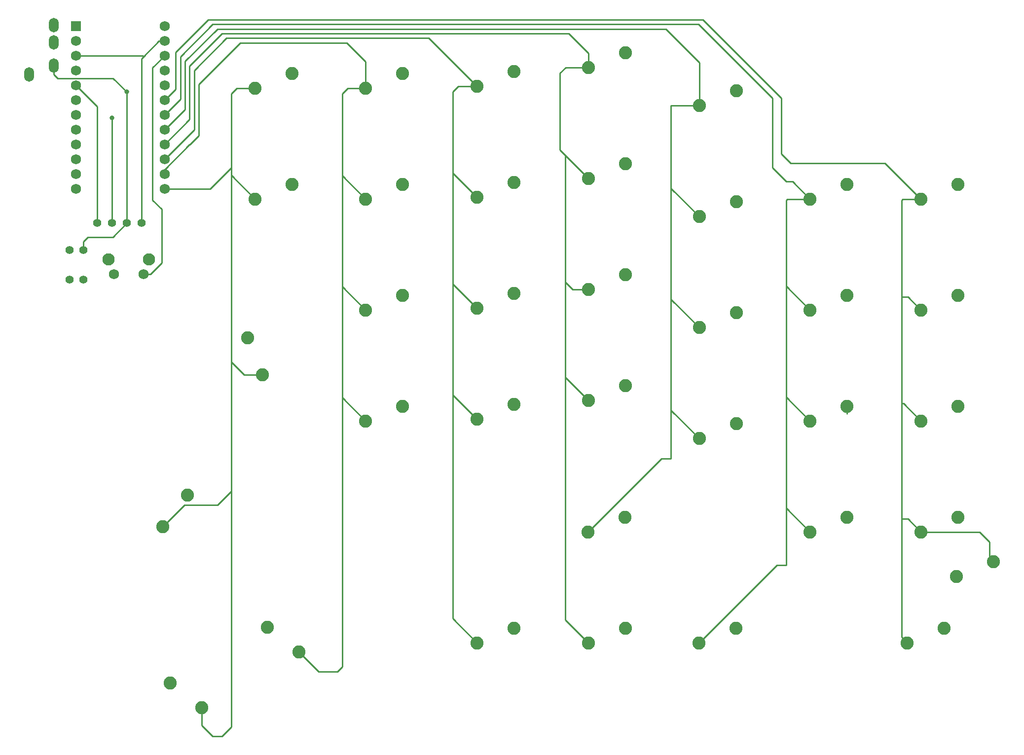
<source format=gtl>
G04 #@! TF.GenerationSoftware,KiCad,Pcbnew,5.1.10*
G04 #@! TF.CreationDate,2021-08-07T14:45:30-04:00*
G04 #@! TF.ProjectId,v05_right,7630355f-7269-4676-9874-2e6b69636164,rev?*
G04 #@! TF.SameCoordinates,Original*
G04 #@! TF.FileFunction,Copper,L1,Top*
G04 #@! TF.FilePolarity,Positive*
%FSLAX46Y46*%
G04 Gerber Fmt 4.6, Leading zero omitted, Abs format (unit mm)*
G04 Created by KiCad (PCBNEW 5.1.10) date 2021-08-07 14:45:30*
%MOMM*%
%LPD*%
G01*
G04 APERTURE LIST*
G04 #@! TA.AperFunction,ComponentPad*
%ADD10C,2.250000*%
G04 #@! TD*
G04 #@! TA.AperFunction,ComponentPad*
%ADD11O,1.700000X2.500000*%
G04 #@! TD*
G04 #@! TA.AperFunction,ComponentPad*
%ADD12C,2.100000*%
G04 #@! TD*
G04 #@! TA.AperFunction,ComponentPad*
%ADD13C,1.750000*%
G04 #@! TD*
G04 #@! TA.AperFunction,ComponentPad*
%ADD14C,1.397000*%
G04 #@! TD*
G04 #@! TA.AperFunction,ComponentPad*
%ADD15R,1.752600X1.752600*%
G04 #@! TD*
G04 #@! TA.AperFunction,ComponentPad*
%ADD16C,1.752600*%
G04 #@! TD*
G04 #@! TA.AperFunction,ViaPad*
%ADD17C,0.800000*%
G04 #@! TD*
G04 #@! TA.AperFunction,Conductor*
%ADD18C,0.250000*%
G04 #@! TD*
G04 APERTURE END LIST*
D10*
X-27622500Y-130651250D03*
X-33972500Y-133191250D03*
X-25558750Y-121761250D03*
X-19208750Y-119221250D03*
X-160450659Y-140040295D03*
X-155075955Y-144269557D03*
X-139541250Y-54451250D03*
X-145891250Y-56991250D03*
D11*
X-184662500Y-35612500D03*
X-180462500Y-34112500D03*
X-180462500Y-30112500D03*
X-180462500Y-27112500D03*
D12*
X-164100000Y-67360000D03*
D13*
X-165100000Y-69850000D03*
X-170100000Y-69850000D03*
D12*
X-171110000Y-67360000D03*
D10*
X-101490000Y-73197500D03*
X-107840000Y-75737500D03*
X-101435000Y-130651250D03*
X-107785000Y-133191250D03*
X-82385000Y-111601250D03*
X-88735000Y-114141250D03*
X-63335000Y-130651250D03*
X-69685000Y-133191250D03*
X-63303750Y-95578000D03*
X-69653750Y-98118000D03*
X-63303750Y-76528000D03*
X-69653750Y-79068000D03*
X-63303750Y-38428000D03*
X-69653750Y-40968000D03*
X-25241250Y-111601250D03*
X-31591250Y-114141250D03*
X-147161250Y-80803750D03*
X-144621250Y-87153750D03*
X-120590000Y-54451250D03*
X-126940000Y-56991250D03*
X-63303750Y-57478000D03*
X-69653750Y-60018000D03*
X-120590000Y-35401250D03*
X-126940000Y-37941250D03*
D14*
X-177800000Y-70802500D03*
X-177800000Y-65722500D03*
X-175418750Y-65722500D03*
X-175418750Y-70802500D03*
X-165417500Y-61118750D03*
X-167957500Y-61118750D03*
X-170497500Y-61118750D03*
X-173037500Y-61118750D03*
D15*
X-176688750Y-27305000D03*
D16*
X-176688750Y-29845000D03*
X-176688750Y-32385000D03*
X-176688750Y-34925000D03*
X-176688750Y-37465000D03*
X-176688750Y-40005000D03*
X-176688750Y-42545000D03*
X-176688750Y-45085000D03*
X-176688750Y-47625000D03*
X-176688750Y-50165000D03*
X-176688750Y-52705000D03*
X-161448750Y-55245000D03*
X-161448750Y-52705000D03*
X-161448750Y-50165000D03*
X-161448750Y-47625000D03*
X-161448750Y-45085000D03*
X-161448750Y-42545000D03*
X-161448750Y-40005000D03*
X-161448750Y-37465000D03*
X-161448750Y-34925000D03*
X-161448750Y-32385000D03*
X-161448750Y-29845000D03*
X-176688750Y-55245000D03*
X-161448750Y-27305000D03*
D10*
X-143781909Y-130515295D03*
X-138407205Y-134744557D03*
X-82321500Y-130663250D03*
X-88671500Y-133203250D03*
X-157502795Y-107836841D03*
X-161732057Y-113211545D03*
X-120590000Y-92551250D03*
X-126940000Y-95091250D03*
X-101490000Y-92247500D03*
X-107840000Y-94787500D03*
X-82340000Y-88990750D03*
X-88690000Y-91530750D03*
X-44291250Y-111601250D03*
X-50641250Y-114141250D03*
X-120590000Y-73501250D03*
X-126940000Y-76041250D03*
X-82340000Y-69940750D03*
X-88690000Y-72480750D03*
X-44291250Y-92551250D03*
X-50641250Y-95091250D03*
X-25241250Y-92551250D03*
X-31591250Y-95091250D03*
X-101490000Y-54147500D03*
X-107840000Y-56687500D03*
X-82340000Y-50890750D03*
X-88690000Y-53430750D03*
X-44291250Y-73501250D03*
X-50641250Y-76041250D03*
X-25241250Y-73501250D03*
X-31591250Y-76041250D03*
X-139541250Y-35401250D03*
X-145891250Y-37941250D03*
X-101490000Y-35097500D03*
X-107840000Y-37637500D03*
X-82340000Y-31840750D03*
X-88690000Y-34380750D03*
X-44291250Y-54451250D03*
X-50641250Y-56991250D03*
X-25241250Y-54451250D03*
X-31591250Y-56991250D03*
D17*
X-167957500Y-38576250D03*
X-170497500Y-43021250D03*
D18*
X-44291250Y-92551250D02*
X-44291250Y-93821250D01*
X-31591250Y-56991250D02*
X-34766250Y-56991250D01*
X-34766250Y-56991250D02*
X-34925000Y-57150000D01*
X-33813750Y-111918750D02*
X-34925000Y-111918750D01*
X-31591250Y-114141250D02*
X-33813750Y-111918750D01*
X-34607500Y-92075000D02*
X-34925000Y-92075000D01*
X-31591250Y-95091250D02*
X-34607500Y-92075000D01*
X-34925000Y-92075000D02*
X-34925000Y-111918750D01*
X-31591250Y-76041250D02*
X-33813750Y-73818750D01*
X-33813750Y-73818750D02*
X-34925000Y-73818750D01*
X-34925000Y-73818750D02*
X-34925000Y-92075000D01*
X-34925000Y-57150000D02*
X-34925000Y-73818750D01*
X-34925000Y-132238750D02*
X-33972500Y-133191250D01*
X-34925000Y-111918750D02*
X-34925000Y-132238750D01*
X-159543750Y-31750000D02*
X-159543750Y-38100000D01*
X-153987500Y-26193750D02*
X-159543750Y-31750000D01*
X-55562500Y-39687500D02*
X-69056250Y-26193750D01*
X-69056250Y-26193750D02*
X-153987500Y-26193750D01*
X-55562500Y-49212500D02*
X-55562500Y-39687500D01*
X-53975000Y-50800000D02*
X-55562500Y-49212500D01*
X-37782500Y-50800000D02*
X-53975000Y-50800000D01*
X-159543750Y-38100000D02*
X-161448750Y-40005000D01*
X-31591250Y-56991250D02*
X-37782500Y-50800000D01*
X-19843750Y-115887500D02*
X-19843750Y-118586250D01*
X-19843750Y-118586250D02*
X-19208750Y-119221250D01*
X-21590000Y-114141250D02*
X-19843750Y-115887500D01*
X-31591250Y-114141250D02*
X-21590000Y-114141250D01*
X-50641250Y-56991250D02*
X-54610000Y-56991250D01*
X-54610000Y-56991250D02*
X-54768750Y-57150000D01*
X-54768750Y-71913750D02*
X-50641250Y-76041250D01*
X-54768750Y-90963750D02*
X-50641250Y-95091250D01*
X-54768750Y-57150000D02*
X-54768750Y-71437500D01*
X-54768750Y-71437500D02*
X-54768750Y-71913750D01*
X-54768750Y-110013750D02*
X-50641250Y-114141250D01*
X-54768750Y-71437500D02*
X-54768750Y-90487500D01*
X-54768750Y-90487500D02*
X-54768750Y-90963750D01*
X-54768750Y-109537500D02*
X-54768750Y-119856250D01*
X-54768750Y-90487500D02*
X-54768750Y-109537500D01*
X-54768750Y-109537500D02*
X-54768750Y-110013750D01*
X-56350000Y-119856250D02*
X-69685000Y-133191250D01*
X-54768750Y-119856250D02*
X-56350000Y-119856250D01*
X-158750000Y-39846250D02*
X-161448750Y-42545000D01*
X-153193750Y-26987500D02*
X-158750000Y-32543750D01*
X-69850000Y-26987500D02*
X-153193750Y-26987500D01*
X-158750000Y-32543750D02*
X-158750000Y-39846250D01*
X-57150000Y-39687500D02*
X-69850000Y-26987500D01*
X-54768750Y-53975000D02*
X-57150000Y-51593750D01*
X-53657500Y-53975000D02*
X-54768750Y-53975000D01*
X-57150000Y-51593750D02*
X-57150000Y-39687500D01*
X-50641250Y-56991250D02*
X-53657500Y-53975000D01*
X-69653750Y-40968000D02*
X-74543250Y-40968000D01*
X-74543250Y-55128500D02*
X-69653750Y-60018000D01*
X-74543250Y-74178500D02*
X-69653750Y-79068000D01*
X-74543250Y-40968000D02*
X-74543250Y-54597000D01*
X-74543250Y-54597000D02*
X-74543250Y-55128500D01*
X-74543250Y-93228500D02*
X-69653750Y-98118000D01*
X-74543250Y-54597000D02*
X-74543250Y-73647000D01*
X-74543250Y-73647000D02*
X-74543250Y-74178500D01*
X-74543250Y-92799500D02*
X-74543250Y-101530750D01*
X-74543250Y-73647000D02*
X-74543250Y-92799500D01*
X-74543250Y-92799500D02*
X-74543250Y-93228500D01*
X-76124500Y-101530750D02*
X-88735000Y-114141250D01*
X-74543250Y-101530750D02*
X-76124500Y-101530750D01*
X-157956250Y-41592500D02*
X-161448750Y-45085000D01*
X-157956250Y-33337500D02*
X-157956250Y-41592500D01*
X-152400000Y-27781250D02*
X-157956250Y-33337500D01*
X-75406250Y-27781250D02*
X-152400000Y-27781250D01*
X-69653750Y-33533750D02*
X-75406250Y-27781250D01*
X-69653750Y-40968000D02*
X-69653750Y-33533750D01*
X-88690000Y-34380750D02*
X-92627000Y-34380750D01*
X-92627000Y-34380750D02*
X-93611250Y-35365000D01*
X-93611250Y-35365000D02*
X-93611250Y-48509500D01*
X-91420500Y-72480750D02*
X-88690000Y-72480750D01*
X-92642875Y-71258375D02*
X-91420500Y-72480750D01*
X-93611250Y-48509500D02*
X-92642875Y-49477875D01*
X-92642875Y-49477875D02*
X-88690000Y-53430750D01*
X-92642875Y-87577875D02*
X-88690000Y-91530750D01*
X-92642875Y-70464625D02*
X-92642875Y-87577875D01*
X-92642875Y-49477875D02*
X-92642875Y-70464625D01*
X-92642875Y-70464625D02*
X-92642875Y-71258375D01*
X-92642875Y-129231875D02*
X-88671500Y-133203250D01*
X-92642875Y-87577875D02*
X-92642875Y-129231875D01*
X-157162500Y-43338750D02*
X-161448750Y-47625000D01*
X-151606250Y-28575000D02*
X-157162500Y-34131250D01*
X-157162500Y-34131250D02*
X-157162500Y-43338750D01*
X-92075000Y-28575000D02*
X-151606250Y-28575000D01*
X-88690000Y-31960000D02*
X-92075000Y-28575000D01*
X-88690000Y-34380750D02*
X-88690000Y-31960000D01*
X-107840000Y-37637500D02*
X-111015000Y-37637500D01*
X-111015000Y-37637500D02*
X-111967500Y-38590000D01*
X-111967500Y-52560000D02*
X-107840000Y-56687500D01*
X-111967500Y-71610000D02*
X-107840000Y-75737500D01*
X-111967500Y-38590000D02*
X-111967500Y-52083750D01*
X-111967500Y-52083750D02*
X-111967500Y-52560000D01*
X-111967500Y-90660000D02*
X-107840000Y-94787500D01*
X-111967500Y-52083750D02*
X-111967500Y-71133750D01*
X-111967500Y-71133750D02*
X-111967500Y-71610000D01*
X-111967500Y-90183750D02*
X-111967500Y-90660000D01*
X-111967500Y-129008750D02*
X-107785000Y-133191250D01*
X-111967500Y-89742500D02*
X-111967500Y-129008750D01*
X-111967500Y-71133750D02*
X-111967500Y-89742500D01*
X-111967500Y-89742500D02*
X-111967500Y-90183750D01*
X-156368750Y-45085000D02*
X-161448750Y-50165000D01*
X-156368750Y-34925000D02*
X-156368750Y-45085000D01*
X-150812500Y-29368750D02*
X-156368750Y-34925000D01*
X-116108750Y-29368750D02*
X-150812500Y-29368750D01*
X-107840000Y-37637500D02*
X-116108750Y-29368750D01*
X-135039262Y-138112500D02*
X-138407205Y-134744557D01*
X-131762500Y-138112500D02*
X-135039262Y-138112500D01*
X-130016250Y-37941250D02*
X-130968750Y-38893750D01*
X-130968750Y-137318750D02*
X-131762500Y-138112500D01*
X-126940000Y-37941250D02*
X-130016250Y-37941250D01*
X-130968750Y-91062500D02*
X-130968750Y-90487500D01*
X-126940000Y-95091250D02*
X-130968750Y-91062500D01*
X-130968750Y-90487500D02*
X-130968750Y-137318750D01*
X-126940000Y-76041250D02*
X-130968750Y-72012500D01*
X-130968750Y-52962500D02*
X-130968750Y-52387500D01*
X-126940000Y-56991250D02*
X-130968750Y-52962500D01*
X-130968750Y-52387500D02*
X-130968750Y-90487500D01*
X-130968750Y-38893750D02*
X-130968750Y-52387500D01*
X-161448750Y-51911250D02*
X-161448750Y-52705000D01*
X-157162500Y-47625000D02*
X-161448750Y-51911250D01*
X-155575000Y-37306250D02*
X-155575000Y-46069176D01*
X-130175000Y-30162500D02*
X-148431250Y-30162500D01*
X-155575000Y-46069176D02*
X-157130824Y-47625000D01*
X-148431250Y-30162500D02*
X-155575000Y-37306250D01*
X-126940000Y-33397500D02*
X-130175000Y-30162500D01*
X-157130824Y-47625000D02*
X-157162500Y-47625000D01*
X-126940000Y-37941250D02*
X-126940000Y-33397500D01*
X-153670000Y-55245000D02*
X-161448750Y-55245000D01*
X-153193750Y-149225000D02*
X-155075955Y-147342795D01*
X-151606250Y-149225000D02*
X-153193750Y-149225000D01*
X-150018750Y-147637500D02*
X-151606250Y-149225000D01*
X-155075955Y-147342795D02*
X-155075955Y-144269557D01*
X-149066250Y-37941250D02*
X-150018750Y-38893750D01*
X-145891250Y-37941250D02*
X-149066250Y-37941250D01*
X-161732057Y-113211545D02*
X-158058012Y-109537500D01*
X-158058012Y-109537500D02*
X-152400000Y-109537500D01*
X-152400000Y-109537500D02*
X-150018750Y-107156250D01*
X-147796250Y-87153750D02*
X-150018750Y-84931250D01*
X-144621250Y-87153750D02*
X-147796250Y-87153750D01*
X-150018750Y-84931250D02*
X-150018750Y-147637500D01*
X-145891250Y-56991250D02*
X-150018750Y-52863750D01*
X-153670000Y-55245000D02*
X-150018750Y-51593750D01*
X-150018750Y-51593750D02*
X-150018750Y-84931250D01*
X-150018750Y-38893750D02*
X-150018750Y-51593750D01*
X-175418750Y-65722500D02*
X-175418750Y-64293750D01*
X-175418750Y-64293750D02*
X-174625000Y-63500000D01*
X-170338750Y-63500000D02*
X-167957500Y-61118750D01*
X-174625000Y-63500000D02*
X-170338750Y-63500000D01*
X-167957500Y-61118750D02*
X-167957500Y-38576250D01*
X-167957500Y-38576250D02*
X-167957500Y-38576250D01*
X-179811301Y-36263699D02*
X-170270051Y-36263699D01*
X-170270051Y-36263699D02*
X-167957500Y-38576250D01*
X-180462500Y-35612500D02*
X-179811301Y-36263699D01*
X-180462500Y-34112500D02*
X-180462500Y-35612500D01*
X-173037500Y-41116250D02*
X-176688750Y-37465000D01*
X-173037500Y-61118750D02*
X-173037500Y-41116250D01*
X-170497500Y-61118750D02*
X-170497500Y-43021250D01*
X-170497500Y-43021250D02*
X-170497500Y-43021250D01*
X-165417500Y-61118750D02*
X-165417500Y-32861250D01*
X-162401250Y-29845000D02*
X-161448750Y-29845000D01*
X-165258750Y-32385000D02*
X-165100000Y-32543750D01*
X-176688750Y-32385000D02*
X-165258750Y-32385000D01*
X-165100000Y-32543750D02*
X-162401250Y-29845000D01*
X-165417500Y-32861250D02*
X-165100000Y-32543750D01*
X-163862564Y-69850000D02*
X-161925000Y-67912436D01*
X-165100000Y-69850000D02*
X-163862564Y-69850000D01*
X-161925000Y-67912436D02*
X-161925000Y-58737500D01*
X-161925000Y-58737500D02*
X-163512500Y-57150000D01*
X-163512500Y-34448750D02*
X-161448750Y-32385000D01*
X-163512500Y-57150000D02*
X-163512500Y-34448750D01*
M02*

</source>
